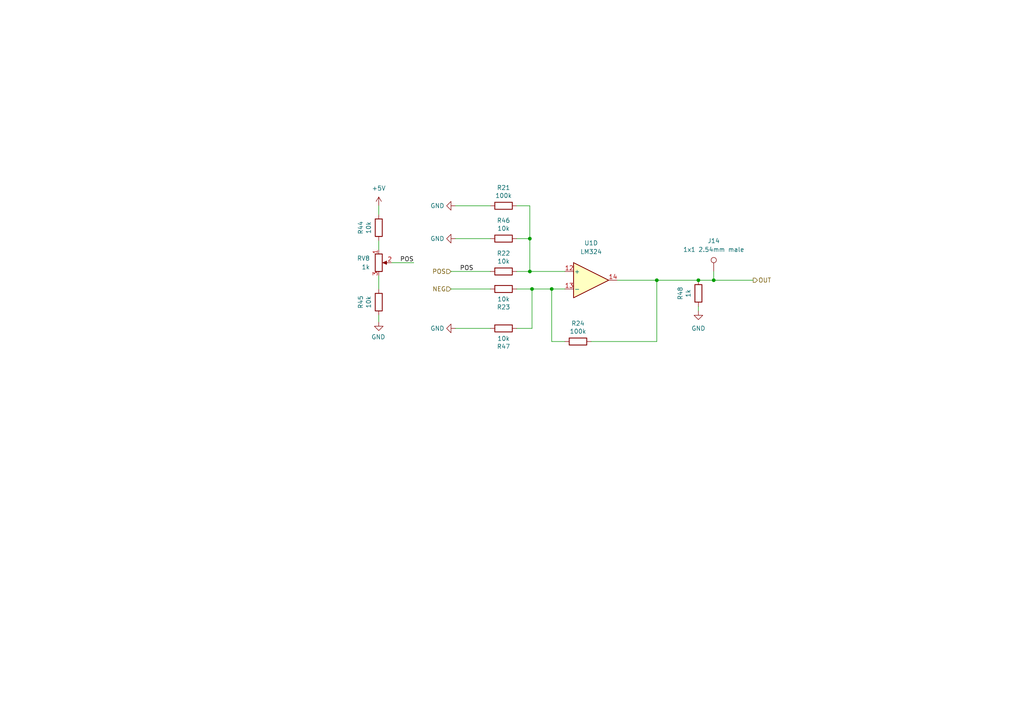
<source format=kicad_sch>
(kicad_sch (version 20211123) (generator eeschema)
  (paper "A4")
  (lib_symbols
    (symbol "Amplifier_Operational:LM324" (pin_names (offset 0.127))
      (property "Reference" "U" (at 0 5.08 0))
      (property "Value" "LM324" (at 0 -5.08 0))
      (symbol "LM324_1_1"
        (polyline (pts (xy -5.08 5.08) (xy 5.08 0) (xy -5.08 -5.08) (xy -5.08 5.08)) (stroke (width 0.254)) (fill (type background)))
        (pin output line (at 7.62 0 180) (length 2.54) (name "~") (number "1"))
        (pin input line (at -7.62 -2.54 0) (length 2.54) (name "-") (number "2"))
        (pin input line (at -7.62 2.54 0) (length 2.54) (name "+") (number "3"))
      )
      (symbol "LM324_2_1"
        (polyline (pts (xy -5.08 5.08) (xy 5.08 0) (xy -5.08 -5.08) (xy -5.08 5.08)) (stroke (width 0.254)) (fill (type background)))
        (pin input line (at -7.62 2.54 0) (length 2.54) (name "+") (number "5"))
        (pin input line (at -7.62 -2.54 0) (length 2.54) (name "-") (number "6"))
        (pin output line (at 7.62 0 180) (length 2.54) (name "~") (number "7"))
      )
      (symbol "LM324_3_1"
        (polyline (pts (xy -5.08 5.08) (xy 5.08 0) (xy -5.08 -5.08) (xy -5.08 5.08)) (stroke (width 0.254)) (fill (type background)))
        (pin input line (at -7.62 2.54 0) (length 2.54) (name "+") (number "10"))
        (pin output line (at 7.62 0 180) (length 2.54) (name "~") (number "8"))
        (pin input line (at -7.62 -2.54 0) (length 2.54) (name "-") (number "9"))
      )
      (symbol "LM324_4_1"
        (polyline (pts (xy -5.08 5.08) (xy 5.08 0) (xy -5.08 -5.08) (xy -5.08 5.08)) (stroke (width 0.254)) (fill (type background)))
        (pin input line (at -7.62 2.54 0) (length 2.54) (name "+") (number "12"))
        (pin input line (at -7.62 -2.54 0) (length 2.54) (name "-") (number "13"))
        (pin output line (at 7.62 0 180) (length 2.54) (name "~") (number "14"))
      )
      (symbol "LM324_5_1"
        (pin power_in line (at -2.54 -7.62 90) (length 3.81) (name "V-") (number "11"))
        (pin power_in line (at -2.54 7.62 270) (length 3.81) (name "V+") (number "4"))
      )
    )
    (symbol "Connector:TestPoint" (pin_numbers hide) (pin_names (offset 0.762) hide)
      (property "Reference" "TP" (at 0 6.858 0))
      (property "Value" "TestPoint" (at 0 5.08 0))
      (symbol "TestPoint_0_1"
        (circle (center 0 3.302) (radius 0.762))
      )
      (symbol "TestPoint_1_1"
        (pin passive line (at 0 0 90) (length 2.54) (name "1") (number "1"))
      )
    )
    (symbol "Device:R" (pin_numbers hide) (pin_names (offset 0))
      (property "Reference" "R" (at 2.032 0 90))
      (property "Value" "R" (at 0 0 90))
      (symbol "R_0_1"
        (rectangle (start -1.016 -2.54) (end 1.016 2.54) (stroke (width 0.254)))
      )
      (symbol "R_1_1"
        (pin passive line (at 0 3.81 270) (length 1.27) (name "~") (number "1"))
        (pin passive line (at 0 -3.81 90) (length 1.27) (name "~") (number "2"))
      )
    )
    (symbol "Device:R_Potentiometer" (pin_names (offset 1.016) hide)
      (property "Reference" "RV" (at -4.445 0 90))
      (property "Value" "R_Potentiometer" (at -2.54 0 90))
      (symbol "R_Potentiometer_0_1"
        (polyline (pts (xy 2.54 0) (xy 1.524 0)))
        (polyline (pts (xy 1.143 0) (xy 2.286 0.508) (xy 2.286 -0.508) (xy 1.143 0)) (fill (type outline)))
        (rectangle (start 1.016 2.54) (end -1.016 -2.54) (stroke (width 0.254)))
      )
      (symbol "R_Potentiometer_1_1"
        (pin passive line (at 0 3.81 270) (length 1.27) (name "1") (number "1"))
        (pin passive line (at 3.81 0 180) (length 1.27) (name "2") (number "2"))
        (pin passive line (at 0 -3.81 90) (length 1.27) (name "3") (number "3"))
      )
    )
    (symbol "power:+5V" (power) (pin_names (offset 0))
      (property "Value" "+5V" (at 0 3.556 0))
      (symbol "+5V_0_1"
        (polyline (pts (xy -0.762 1.27) (xy 0 2.54)))
        (polyline (pts (xy 0 0) (xy 0 2.54)))
        (polyline (pts (xy 0 2.54) (xy 0.762 1.27)))
      )
      (symbol "+5V_1_1"
        (pin power_in line (at 0 0 90) (length 0) hide (name "+5V") (number "1"))
      )
    )
    (symbol "power:GND" (power) (pin_names (offset 0))
      (property "Value" "GND" (at 0 -3.81 0))
      (symbol "GND_0_1"
        (polyline (pts (xy 0 0) (xy 0 -1.27) (xy 1.27 -1.27) (xy 0 -2.54) (xy -1.27 -1.27) (xy 0 -1.27)))
      )
      (symbol "GND_1_1"
        (pin power_in line (at 0 0 270) (length 0) hide (name "GND") (number "1"))
      )
    )
  )
  (junction (at 202.565 81.28))
  (junction (at 153.67 78.74))
  (junction (at 190.5 81.28))
  (junction (at 153.67 69.215))
  (junction (at 154.305 83.82))
  (junction (at 207.01 81.28))
  (junction (at 160.02 83.82))
  (wire (pts (xy 160.02 83.82) (xy 160.02 99.06)))
  (wire (pts (xy 153.67 78.74) (xy 149.86 78.74)))
  (wire (pts (xy 202.565 81.28) (xy 207.01 81.28)))
  (wire (pts (xy 149.86 59.69) (xy 153.67 59.69)))
  (wire (pts (xy 190.5 81.28) (xy 202.565 81.28)))
  (wire (pts (xy 130.81 78.74) (xy 142.24 78.74)))
  (wire (pts (xy 109.855 91.44) (xy 109.855 93.345)))
  (wire (pts (xy 153.67 69.215) (xy 153.67 78.74)))
  (wire (pts (xy 149.86 95.25) (xy 154.305 95.25)))
  (wire (pts (xy 154.305 83.82) (xy 160.02 83.82)))
  (wire (pts (xy 160.02 99.06) (xy 163.83 99.06)))
  (wire (pts (xy 132.08 69.215) (xy 142.24 69.215)))
  (wire (pts (xy 179.07 81.28) (xy 190.5 81.28)))
  (wire (pts (xy 109.855 59.69) (xy 109.855 62.23)))
  (wire (pts (xy 149.86 83.82) (xy 154.305 83.82)))
  (wire (pts (xy 207.01 81.28) (xy 207.01 78.74)))
  (wire (pts (xy 153.67 78.74) (xy 163.83 78.74)))
  (wire (pts (xy 190.5 99.06) (xy 190.5 81.28)))
  (wire (pts (xy 132.08 59.69) (xy 142.24 59.69)))
  (wire (pts (xy 160.02 83.82) (xy 163.83 83.82)))
  (wire (pts (xy 171.45 99.06) (xy 190.5 99.06)))
  (wire (pts (xy 113.665 76.2) (xy 120.015 76.2)))
  (wire (pts (xy 153.67 59.69) (xy 153.67 69.215)))
  (wire (pts (xy 149.86 69.215) (xy 153.67 69.215)))
  (wire (pts (xy 109.855 69.85) (xy 109.855 72.39)))
  (wire (pts (xy 207.01 81.28) (xy 218.44 81.28)))
  (wire (pts (xy 130.81 83.82) (xy 142.24 83.82)))
  (wire (pts (xy 202.565 88.9) (xy 202.565 90.17)))
  (wire (pts (xy 154.305 95.25) (xy 154.305 83.82)))
  (wire (pts (xy 132.08 95.25) (xy 142.24 95.25)))
  (wire (pts (xy 109.855 80.01) (xy 109.855 83.82)))
  (label "POS" (at 120.015 76.2 180))
  (label "POS" (at 133.35 78.74 0))
  (hierarchical_label "NEG" (shape input) (at 130.81 83.82 180))
  (hierarchical_label "POS" (shape input) (at 130.81 78.74 180))
  (hierarchical_label "OUT" (shape output) (at 218.44 81.28 0))
  (symbol (lib_id "power:GND") (at 132.08 59.69 270) (unit 1)
    (property "Reference" "#PWR0104" (effects hide))
    (property "Value" "GND" (at 128.905 59.6899 90) (effects (justify right)))
  )
  (symbol (lib_id "power:+5V") (at 109.855 59.69 0) (unit 1)
    (property "Reference" "#PWR041" (effects hide))
    (property "Value" "+5V" (at 109.855 54.61 0))
  )
  (symbol (lib_id "power:GND") (at 132.08 69.215 270) (unit 1)
    (property "Reference" "#PWR043" (effects hide))
    (property "Value" "GND" (at 128.905 69.2149 90) (effects (justify right)))
  )
  (symbol (lib_id "Device:R") (at 109.855 66.04 0) (unit 1)
    (property "Reference" "R44" (at 104.5972 66.04 90))
    (property "Value" "10k" (at 106.9086 66.04 90))
    (property "Footprint" "For_Rasterboard:R_Axial_DIN0207_L6.3mm_D2.5mm_Pinf_Horizontal" (effects hide))
  )
  (symbol (lib_id "Connector:TestPoint") (at 207.01 78.74 0) (unit 1)
    (property "Reference" "J14" (at 207.01 69.85 0))
    (property "Value" "1x1 2.54mm male" (at 207.01 72.39 0))
    (property "Footprint" "Connector_PinHeader_2.54mm:PinHeader_1x01_P2.54mm_Vertical" (effects hide))
  )
  (symbol (lib_id "Amplifier_Operational:LM324") (at 171.45 81.28 0) (unit 4)
    (property "Reference" "U1" (at 171.45 70.485 0))
    (property "Value" "LM324" (at 171.45 73.025 0))
    (property "Footprint" "Package_DIP:DIP-14_W7.62mm" (effects hide))
    (property "Datasheet" "http://www.ti.com/lit/ds/symlink/lm2902-n.pdf" (effects hide))
  )
  (symbol (lib_id "Device:R") (at 146.05 95.25 270) (mirror x) (unit 1)
    (property "Reference" "R47" (at 146.05 100.5078 90))
    (property "Value" "10k" (at 146.05 98.1964 90))
    (property "Footprint" "Resistor_THT:R_Axial_DIN0207_L6.3mm_D2.5mm_P5.08mm_Vertical" (effects hide))
  )
  (symbol (lib_id "Device:R_Potentiometer") (at 109.855 76.2 0) (unit 1)
    (property "Reference" "RV8" (at 107.315 74.9299 0) (effects (justify right)))
    (property "Value" "1k" (at 107.315 77.4699 0) (effects (justify right)))
    (property "Footprint" "Potentiometer_THT:Potentiometer_Piher_PT-10-V10_Vertical" (effects hide))
  )
  (symbol (lib_id "power:GND") (at 132.08 95.25 270) (unit 1)
    (property "Reference" "#PWR044" (effects hide))
    (property "Value" "GND" (at 128.905 95.2499 90) (effects (justify right)))
  )
  (symbol (lib_id "power:GND") (at 109.855 93.345 0) (mirror y) (unit 1)
    (property "Reference" "#PWR042" (effects hide))
    (property "Value" "GND" (at 109.728 97.7392 0))
  )
  (symbol (lib_id "Device:R") (at 109.855 87.63 0) (unit 1)
    (property "Reference" "R45" (at 104.5972 87.63 90))
    (property "Value" "10k" (at 106.9086 87.63 90))
    (property "Footprint" "For_Rasterboard:R_Axial_DIN0207_L6.3mm_D2.5mm_Pinf_Horizontal" (effects hide))
  )
  (symbol (lib_id "power:GND") (at 202.565 90.17 0) (unit 1)
    (property "Reference" "#PWR045" (effects hide))
    (property "Value" "GND" (at 202.565 95.25 0))
  )
  (symbol (lib_id "Device:R") (at 146.05 69.215 90) (mirror x) (unit 1)
    (property "Reference" "R46" (at 146.05 63.9572 90))
    (property "Value" "10k" (at 146.05 66.2686 90))
    (property "Footprint" "For_Rasterboard:R_Axial_DIN0207_L6.3mm_D2.5mm_P7.62mm_Horizontal" (effects hide))
  )
  (symbol (lib_id "Device:R") (at 202.565 85.09 0) (unit 1)
    (property "Reference" "R48" (at 197.3072 85.09 90))
    (property "Value" "1k" (at 199.6186 85.09 90))
    (property "Footprint" "For_Rasterboard:R_Axial_DIN0207_L6.3mm_D2.5mm_Pinf_Horizontal" (effects hide))
  )
  (symbol (lib_id "Device:R") (at 146.05 83.82 270) (mirror x) (unit 1)
    (property "Reference" "R23" (at 146.05 89.0778 90))
    (property "Value" "10k" (at 146.05 86.7664 90))
    (property "Footprint" "Resistor_THT:R_Axial_DIN0207_L6.3mm_D2.5mm_P2.54mm_Vertical" (effects hide))
  )
  (symbol (lib_id "Device:R") (at 167.64 99.06 270) (unit 1)
    (property "Reference" "R24" (at 167.64 93.8022 90))
    (property "Value" "100k" (at 167.64 96.1136 90))
    (property "Footprint" "For_Rasterboard:R_Axial_DIN0207_L6.3mm_D2.5mm_P2.54mm_Vertical" (effects hide))
  )
  (symbol (lib_id "Device:R") (at 146.05 59.69 90) (mirror x) (unit 1)
    (property "Reference" "R21" (at 146.05 54.4322 90))
    (property "Value" "100k" (at 146.05 56.7436 90))
    (property "Footprint" "For_Rasterboard:R_Axial_DIN0207_L6.3mm_D2.5mm_Pinf_Horizontal" (effects hide))
  )
  (symbol (lib_id "Device:R") (at 146.05 78.74 90) (mirror x) (unit 1)
    (property "Reference" "R22" (at 146.05 73.4822 90))
    (property "Value" "10k" (at 146.05 75.7936 90))
    (property "Footprint" "For_Rasterboard:R_Axial_DIN0207_L6.3mm_D2.5mm_P12.70mm_Horizontal" (effects hide))
  )
)
</source>
